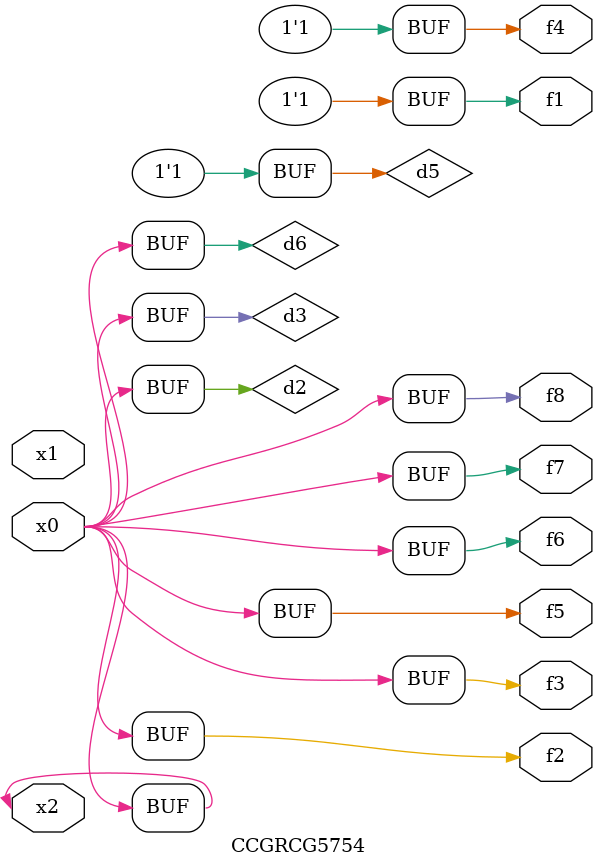
<source format=v>
module CCGRCG5754(
	input x0, x1, x2,
	output f1, f2, f3, f4, f5, f6, f7, f8
);

	wire d1, d2, d3, d4, d5, d6;

	xnor (d1, x2);
	buf (d2, x0, x2);
	and (d3, x0);
	xnor (d4, x1, x2);
	nand (d5, d1, d3);
	buf (d6, d2, d3);
	assign f1 = d5;
	assign f2 = d6;
	assign f3 = d6;
	assign f4 = d5;
	assign f5 = d6;
	assign f6 = d6;
	assign f7 = d6;
	assign f8 = d6;
endmodule

</source>
